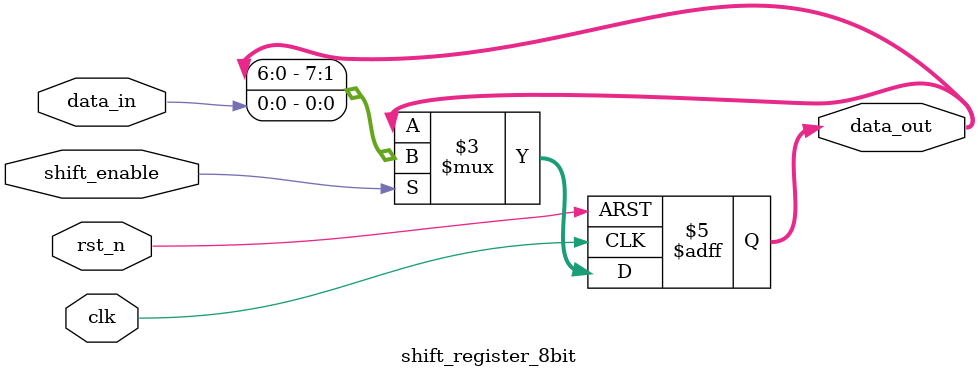
<source format=sv>
module shift_register_8bit (
    input  logic        clk,
    input  logic        rst_n,
    input  logic        shift_enable,
    input  logic        data_in,
    output logic [7:0]  data_out
);
    always_ff @(posedge clk or negedge rst_n) begin
        if (!rst_n)
            data_out <= 8'b0;
        else if (shift_enable)
            data_out <= {data_out[6:0], data_in};
    end
endmodule

</source>
